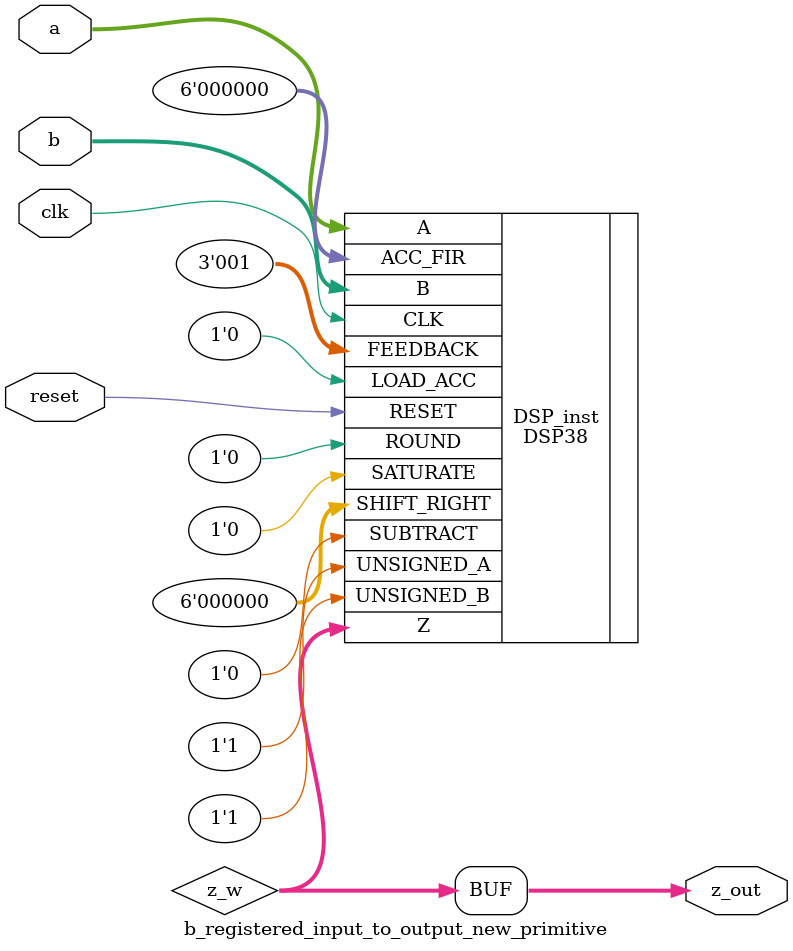
<source format=v>
module b_registered_input_to_output_new_primitive (
	input  wire [19:0] a,
    input  wire [17:0] b,
	input wire clk, reset,
    output wire [37:0] z_out
    );

    parameter [83:0] MODE_BITS = 84'd0;
    
    wire [37:0] z_w;

DSP38 #(
  .DSP_MODE("MULTIPLY"), // DSp arithmetic mode (MULTIPLY/MULTIPLY_ADD_SUB/MULTIPLY_ACCUMULATE)
  .COEFF_0(20'h00000), // 20-bit A input coefficient 0
  .COEFF_1(20'h00000), // 20-bit A input coefficient 1
  .COEFF_2(20'h00000), // 20-bit A input coefficient 2
  .COEFF_3(20'h00000), // 20-bit A input coefficient 3
  .OUTPUT_REG_EN("FALSE"), // Enable output register (TRUE/FALSE)
  .INPUT_REG_EN("TRUE") // Enable input register (TRUE/FALSE)
) DSP_inst(
  .A(a), // 20-bit data input for multipluier or accumulator loading
  .B(b), // 18-bit data input for multiplication
  .ACC_FIR(6'd0), // 6-bit left shift A input
  .Z(z_w), // 38-bit data output
  .CLK(clk), // Clock
  .RESET(reset), // None
  .FEEDBACK(3'd1), // 3-bit feedback input selects coefficient
  .LOAD_ACC(1'd0), // Load accumulator input
  .SATURATE(1'b0), // Saturate enable
  .SHIFT_RIGHT(6'd0), // 6-bit Shift right
  .ROUND(1'd0), // Round
  .SUBTRACT(1'b0), // Add or subtract
  .UNSIGNED_A (1'b1), // Selects signed or unsigned data for A input
  .UNSIGNED_B (1'b1) 
);

    assign z_out = z_w;

endmodule

</source>
